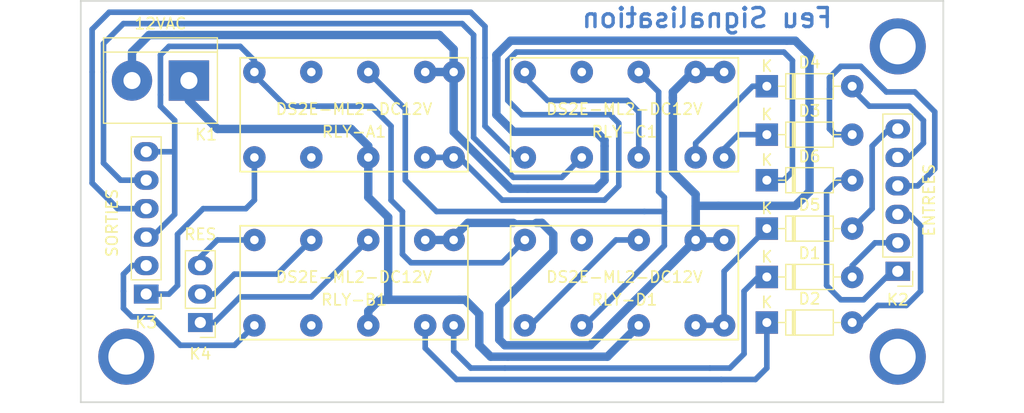
<source format=kicad_pcb>
(kicad_pcb (version 20171130) (host pcbnew 5.0.2-bee76a0~70~ubuntu18.04.1)

  (general
    (thickness 1.6)
    (drawings 5)
    (tracks 249)
    (zones 0)
    (modules 17)
    (nets 31)
  )

  (page A4)
  (layers
    (0 F.Cu signal)
    (31 B.Cu signal)
    (32 B.Adhes user)
    (33 F.Adhes user)
    (34 B.Paste user)
    (35 F.Paste user)
    (36 B.SilkS user)
    (37 F.SilkS user)
    (38 B.Mask user)
    (39 F.Mask user)
    (40 Dwgs.User user)
    (41 Cmts.User user)
    (42 Eco1.User user)
    (43 Eco2.User user)
    (44 Edge.Cuts user)
    (45 Margin user)
    (46 B.CrtYd user)
    (47 F.CrtYd user)
    (48 B.Fab user)
    (49 F.Fab user)
  )

  (setup
    (last_trace_width 0.75)
    (user_trace_width 0.5)
    (user_trace_width 0.75)
    (trace_clearance 0.2)
    (zone_clearance 0.508)
    (zone_45_only no)
    (trace_min 0.2)
    (segment_width 0.2)
    (edge_width 0.15)
    (via_size 0.8)
    (via_drill 0.4)
    (via_min_size 0.4)
    (via_min_drill 0.3)
    (uvia_size 0.3)
    (uvia_drill 0.1)
    (uvias_allowed no)
    (uvia_min_size 0.2)
    (uvia_min_drill 0.1)
    (pcb_text_width 0.3)
    (pcb_text_size 1.5 1.5)
    (mod_edge_width 0.15)
    (mod_text_size 1 1)
    (mod_text_width 0.15)
    (pad_size 3.6 3.6)
    (pad_drill 1.52)
    (pad_to_mask_clearance 0.051)
    (solder_mask_min_width 0.25)
    (aux_axis_origin 0 0)
    (visible_elements FFFFFF7F)
    (pcbplotparams
      (layerselection 0x010fc_ffffffff)
      (usegerberextensions false)
      (usegerberattributes false)
      (usegerberadvancedattributes false)
      (creategerberjobfile false)
      (excludeedgelayer true)
      (linewidth 0.100000)
      (plotframeref false)
      (viasonmask false)
      (mode 1)
      (useauxorigin false)
      (hpglpennumber 1)
      (hpglpenspeed 20)
      (hpglpendiameter 15.000000)
      (psnegative false)
      (psa4output false)
      (plotreference true)
      (plotvalue true)
      (plotinvisibletext false)
      (padsonsilk false)
      (subtractmaskfromsilk false)
      (outputformat 1)
      (mirror false)
      (drillshape 1)
      (scaleselection 1)
      (outputdirectory ""))
  )

  (net 0 "")
  (net 1 "Net-(D1-Pad1)")
  (net 2 "Net-(D1-Pad2)")
  (net 3 "Net-(D2-Pad2)")
  (net 4 "Net-(D2-Pad1)")
  (net 5 "Net-(D3-Pad2)")
  (net 6 "Net-(D3-Pad1)")
  (net 7 "Net-(D4-Pad1)")
  (net 8 "Net-(D4-Pad2)")
  (net 9 "Net-(D5-Pad2)")
  (net 10 "Net-(D5-Pad1)")
  (net 11 "Net-(D6-Pad1)")
  (net 12 "Net-(D6-Pad2)")
  (net 13 "Net-(K1-Pad1)")
  (net 14 "Net-(K1-Pad2)")
  (net 15 "Net-(K3-Pad3)")
  (net 16 "Net-(K3-Pad5)")
  (net 17 "Net-(K3-Pad4)")
  (net 18 "Net-(K3-Pad2)")
  (net 19 "Net-(K3-Pad1)")
  (net 20 "Net-(K4-Pad1)")
  (net 21 "Net-(K4-Pad2)")
  (net 22 "Net-(K4-Pad3)")
  (net 23 "Net-(RLY-A1-Pad11)")
  (net 24 "Net-(RLY-A1-Pad13)")
  (net 25 "Net-(RLY-A1-Pad6)")
  (net 26 "Net-(RLY-B1-Pad6)")
  (net 27 "Net-(RLY-C1-Pad4)")
  (net 28 "Net-(RLY-C1-Pad11)")
  (net 29 "Net-(RLY-D1-Pad13)")
  (net 30 "Net-(RLY-D1-Pad11)")

  (net_class Default "This is the default net class."
    (clearance 0.2)
    (trace_width 0.25)
    (via_dia 0.8)
    (via_drill 0.4)
    (uvia_dia 0.3)
    (uvia_drill 0.1)
    (add_net "Net-(D1-Pad1)")
    (add_net "Net-(D1-Pad2)")
    (add_net "Net-(D2-Pad1)")
    (add_net "Net-(D2-Pad2)")
    (add_net "Net-(D3-Pad1)")
    (add_net "Net-(D3-Pad2)")
    (add_net "Net-(D4-Pad1)")
    (add_net "Net-(D4-Pad2)")
    (add_net "Net-(D5-Pad1)")
    (add_net "Net-(D5-Pad2)")
    (add_net "Net-(D6-Pad1)")
    (add_net "Net-(D6-Pad2)")
    (add_net "Net-(K1-Pad1)")
    (add_net "Net-(K1-Pad2)")
    (add_net "Net-(K3-Pad1)")
    (add_net "Net-(K3-Pad2)")
    (add_net "Net-(K3-Pad3)")
    (add_net "Net-(K3-Pad4)")
    (add_net "Net-(K3-Pad5)")
    (add_net "Net-(K4-Pad1)")
    (add_net "Net-(K4-Pad2)")
    (add_net "Net-(K4-Pad3)")
    (add_net "Net-(RLY-A1-Pad11)")
    (add_net "Net-(RLY-A1-Pad13)")
    (add_net "Net-(RLY-A1-Pad6)")
    (add_net "Net-(RLY-B1-Pad6)")
    (add_net "Net-(RLY-C1-Pad11)")
    (add_net "Net-(RLY-C1-Pad4)")
    (add_net "Net-(RLY-D1-Pad11)")
    (add_net "Net-(RLY-D1-Pad13)")
  )

  (module TerminalBlock:TerminalBlock_bornier-2_P5.08mm (layer F.Cu) (tedit 5EA0101C) (tstamp 5EBBB970)
    (at 100.33 55.88 180)
    (descr "simple 2-pin terminal block, pitch 5.08mm, revamped version of bornier2")
    (tags "terminal block bornier2")
    (path /5E7636AC)
    (fp_text reference K1 (at -1.524 -4.826 180) (layer F.SilkS)
      (effects (font (size 1 1) (thickness 0.15)))
    )
    (fp_text value 12VAC (at 2.54 5.08 180) (layer F.SilkS)
      (effects (font (size 1 1) (thickness 0.15)))
    )
    (fp_text user %R (at 2.54 0 180) (layer F.Fab)
      (effects (font (size 1 1) (thickness 0.15)))
    )
    (fp_line (start -2.41 2.55) (end 7.49 2.55) (layer F.Fab) (width 0.1))
    (fp_line (start -2.46 -3.75) (end -2.46 3.75) (layer F.Fab) (width 0.1))
    (fp_line (start -2.46 3.75) (end 7.54 3.75) (layer F.Fab) (width 0.1))
    (fp_line (start 7.54 3.75) (end 7.54 -3.75) (layer F.Fab) (width 0.1))
    (fp_line (start 7.54 -3.75) (end -2.46 -3.75) (layer F.Fab) (width 0.1))
    (fp_line (start 7.62 2.54) (end -2.54 2.54) (layer F.SilkS) (width 0.12))
    (fp_line (start 7.62 3.81) (end 7.62 -3.81) (layer F.SilkS) (width 0.12))
    (fp_line (start 7.62 -3.81) (end -2.54 -3.81) (layer F.SilkS) (width 0.12))
    (fp_line (start -2.54 -3.81) (end -2.54 3.81) (layer F.SilkS) (width 0.12))
    (fp_line (start -2.54 3.81) (end 7.62 3.81) (layer F.SilkS) (width 0.12))
    (fp_line (start -2.71 -4) (end 7.79 -4) (layer F.CrtYd) (width 0.05))
    (fp_line (start -2.71 -4) (end -2.71 4) (layer F.CrtYd) (width 0.05))
    (fp_line (start 7.79 4) (end 7.79 -4) (layer F.CrtYd) (width 0.05))
    (fp_line (start 7.79 4) (end -2.71 4) (layer F.CrtYd) (width 0.05))
    (pad 1 thru_hole rect (at 0 0 180) (size 3.6 3.6) (drill 1.52) (layers *.Cu *.Mask)
      (net 13 "Net-(K1-Pad1)"))
    (pad 2 thru_hole circle (at 5.08 0 180) (size 3.6 3.6) (drill 1.52) (layers *.Cu *.Mask)
      (net 14 "Net-(K1-Pad2)"))
    (model ${KISYS3DMOD}/TerminalBlock.3dshapes/TerminalBlock_bornier-2_P5.08mm.wrl
      (offset (xyz 2.539999961853027 0 0))
      (scale (xyz 1 1 1))
      (rotate (xyz 0 0 0))
    )
  )

  (module Connector_PinHeader_2.54mm:PinHeader_1x06_P2.54mm_Vertical (layer F.Cu) (tedit 5EA00FC1) (tstamp 5EBBB98A)
    (at 163.576 72.898 180)
    (descr "Through hole straight pin header, 1x06, 2.54mm pitch, single row")
    (tags "Through hole pin header THT 1x06 2.54mm single row")
    (path /5E7A9E18)
    (fp_text reference K2 (at 0 -2.54 180) (layer F.SilkS)
      (effects (font (size 1 1) (thickness 0.15)))
    )
    (fp_text value ENTREES (at -2.794 6.35 270) (layer F.SilkS)
      (effects (font (size 1 1) (thickness 0.15)))
    )
    (fp_line (start -0.635 -1.27) (end 1.27 -1.27) (layer F.Fab) (width 0.1))
    (fp_line (start 1.27 -1.27) (end 1.27 13.97) (layer F.Fab) (width 0.1))
    (fp_line (start 1.27 13.97) (end -1.27 13.97) (layer F.Fab) (width 0.1))
    (fp_line (start -1.27 13.97) (end -1.27 -0.635) (layer F.Fab) (width 0.1))
    (fp_line (start -1.27 -0.635) (end -0.635 -1.27) (layer F.Fab) (width 0.1))
    (fp_line (start -1.33 14.03) (end 1.33 14.03) (layer F.SilkS) (width 0.12))
    (fp_line (start -1.33 1.27) (end -1.33 14.03) (layer F.SilkS) (width 0.12))
    (fp_line (start 1.33 1.27) (end 1.33 14.03) (layer F.SilkS) (width 0.12))
    (fp_line (start -1.33 1.27) (end 1.33 1.27) (layer F.SilkS) (width 0.12))
    (fp_line (start -1.33 0) (end -1.33 -1.33) (layer F.SilkS) (width 0.12))
    (fp_line (start -1.33 -1.33) (end 0 -1.33) (layer F.SilkS) (width 0.12))
    (fp_line (start -1.8 -1.8) (end -1.8 14.5) (layer F.CrtYd) (width 0.05))
    (fp_line (start -1.8 14.5) (end 1.8 14.5) (layer F.CrtYd) (width 0.05))
    (fp_line (start 1.8 14.5) (end 1.8 -1.8) (layer F.CrtYd) (width 0.05))
    (fp_line (start 1.8 -1.8) (end -1.8 -1.8) (layer F.CrtYd) (width 0.05))
    (fp_text user %R (at 0 6.35 270) (layer F.Fab)
      (effects (font (size 1 1) (thickness 0.15)))
    )
    (pad 1 thru_hole rect (at 0 0 180) (size 2.2 1.7) (drill 1) (layers *.Cu *.Mask)
      (net 12 "Net-(D6-Pad2)"))
    (pad 2 thru_hole oval (at 0 2.54 180) (size 2.2 1.7) (drill 1) (layers *.Cu *.Mask)
      (net 2 "Net-(D1-Pad2)"))
    (pad 3 thru_hole oval (at 0 5.08 180) (size 2.2 1.7) (drill 1) (layers *.Cu *.Mask)
      (net 3 "Net-(D2-Pad2)"))
    (pad 4 thru_hole oval (at 0 7.62 180) (size 2.2 1.7) (drill 1) (layers *.Cu *.Mask)
      (net 5 "Net-(D3-Pad2)"))
    (pad 5 thru_hole oval (at 0 10.16 180) (size 2.2 1.7) (drill 1) (layers *.Cu *.Mask)
      (net 8 "Net-(D4-Pad2)"))
    (pad 6 thru_hole oval (at 0 12.7 180) (size 2.2 1.7) (drill 1) (layers *.Cu *.Mask)
      (net 9 "Net-(D5-Pad2)"))
    (model ${KISYS3DMOD}/Connector_PinHeader_2.54mm.3dshapes/PinHeader_1x06_P2.54mm_Vertical.wrl
      (at (xyz 0 0 0))
      (scale (xyz 1 1 1))
      (rotate (xyz 0 0 0))
    )
  )

  (module Connector_PinHeader_2.54mm:PinHeader_1x06_P2.54mm_Vertical (layer F.Cu) (tedit 5EA00FAA) (tstamp 5EBBB9A4)
    (at 96.52 74.93 180)
    (descr "Through hole straight pin header, 1x06, 2.54mm pitch, single row")
    (tags "Through hole pin header THT 1x06 2.54mm single row")
    (path /5E7AAC0D)
    (fp_text reference K3 (at 0 -2.54 180) (layer F.SilkS)
      (effects (font (size 1 1) (thickness 0.15)))
    )
    (fp_text value SORTIES (at 3.048 6.35 270) (layer F.SilkS)
      (effects (font (size 1 1) (thickness 0.15)))
    )
    (fp_text user %R (at 0 6.35 270) (layer F.Fab)
      (effects (font (size 1 1) (thickness 0.15)))
    )
    (fp_line (start 1.8 -1.8) (end -1.8 -1.8) (layer F.CrtYd) (width 0.05))
    (fp_line (start 1.8 14.5) (end 1.8 -1.8) (layer F.CrtYd) (width 0.05))
    (fp_line (start -1.8 14.5) (end 1.8 14.5) (layer F.CrtYd) (width 0.05))
    (fp_line (start -1.8 -1.8) (end -1.8 14.5) (layer F.CrtYd) (width 0.05))
    (fp_line (start -1.33 -1.33) (end 0 -1.33) (layer F.SilkS) (width 0.12))
    (fp_line (start -1.33 0) (end -1.33 -1.33) (layer F.SilkS) (width 0.12))
    (fp_line (start -1.33 1.27) (end 1.33 1.27) (layer F.SilkS) (width 0.12))
    (fp_line (start 1.33 1.27) (end 1.33 14.03) (layer F.SilkS) (width 0.12))
    (fp_line (start -1.33 1.27) (end -1.33 14.03) (layer F.SilkS) (width 0.12))
    (fp_line (start -1.33 14.03) (end 1.33 14.03) (layer F.SilkS) (width 0.12))
    (fp_line (start -1.27 -0.635) (end -0.635 -1.27) (layer F.Fab) (width 0.1))
    (fp_line (start -1.27 13.97) (end -1.27 -0.635) (layer F.Fab) (width 0.1))
    (fp_line (start 1.27 13.97) (end -1.27 13.97) (layer F.Fab) (width 0.1))
    (fp_line (start 1.27 -1.27) (end 1.27 13.97) (layer F.Fab) (width 0.1))
    (fp_line (start -0.635 -1.27) (end 1.27 -1.27) (layer F.Fab) (width 0.1))
    (pad 6 thru_hole oval (at 0 12.7 180) (size 2.2 1.7) (drill 1) (layers *.Cu *.Mask)
      (net 15 "Net-(K3-Pad3)"))
    (pad 5 thru_hole oval (at 0 10.16 180) (size 2.2 1.7) (drill 1) (layers *.Cu *.Mask)
      (net 16 "Net-(K3-Pad5)"))
    (pad 4 thru_hole oval (at 0 7.62 180) (size 2.2 1.7) (drill 1) (layers *.Cu *.Mask)
      (net 17 "Net-(K3-Pad4)"))
    (pad 3 thru_hole oval (at 0 5.08 180) (size 2.2 1.7) (drill 1) (layers *.Cu *.Mask)
      (net 15 "Net-(K3-Pad3)"))
    (pad 2 thru_hole oval (at 0 2.54 180) (size 2.2 1.7) (drill 1) (layers *.Cu *.Mask)
      (net 18 "Net-(K3-Pad2)"))
    (pad 1 thru_hole rect (at 0 0 180) (size 2.2 1.7) (drill 1) (layers *.Cu *.Mask)
      (net 19 "Net-(K3-Pad1)"))
    (model ${KISYS3DMOD}/Connector_PinHeader_2.54mm.3dshapes/PinHeader_1x06_P2.54mm_Vertical.wrl
      (at (xyz 0 0 0))
      (scale (xyz 1 1 1))
      (rotate (xyz 0 0 0))
    )
  )

  (module Connector_PinHeader_2.54mm:PinHeader_1x03_P2.54mm_Vertical (layer F.Cu) (tedit 5EA00F95) (tstamp 5EBBB9BB)
    (at 101.346 77.47 180)
    (descr "Through hole straight pin header, 1x03, 2.54mm pitch, single row")
    (tags "Through hole pin header THT 1x03 2.54mm single row")
    (path /5E7A5EA7)
    (fp_text reference K4 (at 0 -2.794 180) (layer F.SilkS)
      (effects (font (size 1 1) (thickness 0.15)))
    )
    (fp_text value RES (at 0 7.874 180) (layer F.SilkS)
      (effects (font (size 1 1) (thickness 0.15)))
    )
    (fp_line (start -0.635 -1.27) (end 1.27 -1.27) (layer F.Fab) (width 0.1))
    (fp_line (start 1.27 -1.27) (end 1.27 6.35) (layer F.Fab) (width 0.1))
    (fp_line (start 1.27 6.35) (end -1.27 6.35) (layer F.Fab) (width 0.1))
    (fp_line (start -1.27 6.35) (end -1.27 -0.635) (layer F.Fab) (width 0.1))
    (fp_line (start -1.27 -0.635) (end -0.635 -1.27) (layer F.Fab) (width 0.1))
    (fp_line (start -1.33 6.41) (end 1.33 6.41) (layer F.SilkS) (width 0.12))
    (fp_line (start -1.33 1.27) (end -1.33 6.41) (layer F.SilkS) (width 0.12))
    (fp_line (start 1.33 1.27) (end 1.33 6.41) (layer F.SilkS) (width 0.12))
    (fp_line (start -1.33 1.27) (end 1.33 1.27) (layer F.SilkS) (width 0.12))
    (fp_line (start -1.33 0) (end -1.33 -1.33) (layer F.SilkS) (width 0.12))
    (fp_line (start -1.33 -1.33) (end 0 -1.33) (layer F.SilkS) (width 0.12))
    (fp_line (start -1.8 -1.8) (end -1.8 6.85) (layer F.CrtYd) (width 0.05))
    (fp_line (start -1.8 6.85) (end 1.8 6.85) (layer F.CrtYd) (width 0.05))
    (fp_line (start 1.8 6.85) (end 1.8 -1.8) (layer F.CrtYd) (width 0.05))
    (fp_line (start 1.8 -1.8) (end -1.8 -1.8) (layer F.CrtYd) (width 0.05))
    (fp_text user %R (at 0 2.54 270) (layer F.Fab)
      (effects (font (size 1 1) (thickness 0.15)))
    )
    (pad 1 thru_hole rect (at 0 0 180) (size 2.2 1.7) (drill 1) (layers *.Cu *.Mask)
      (net 20 "Net-(K4-Pad1)"))
    (pad 2 thru_hole oval (at 0 2.54 180) (size 2.2 1.7) (drill 1) (layers *.Cu *.Mask)
      (net 21 "Net-(K4-Pad2)"))
    (pad 3 thru_hole oval (at 0 5.08 180) (size 2.2 1.7) (drill 1) (layers *.Cu *.Mask)
      (net 22 "Net-(K4-Pad3)"))
    (model ${KISYS3DMOD}/Connector_PinHeader_2.54mm.3dshapes/PinHeader_1x03_P2.54mm_Vertical.wrl
      (at (xyz 0 0 0))
      (scale (xyz 1 1 1))
      (rotate (xyz 0 0 0))
    )
  )

  (module lib:DS2E-ML2-DC12V (layer F.Cu) (tedit 5EA00F21) (tstamp 5EBBB9CD)
    (at 116.332 57.658)
    (path /5E6CA800)
    (fp_text reference RLY-A1 (at -1.27 2.794) (layer F.SilkS)
      (effects (font (size 1 1) (thickness 0.15)))
    )
    (fp_text value DS2E-ML2-DC12V (at -1.27 0.77) (layer F.SilkS)
      (effects (font (size 1 1) (thickness 0.15)))
    )
    (fp_line (start -11.43 6.35) (end 8.89 6.35) (layer F.SilkS) (width 0.15))
    (fp_line (start 8.89 6.35) (end 8.89 -3.81) (layer F.SilkS) (width 0.15))
    (fp_line (start 8.89 -3.81) (end -11.43 -3.81) (layer F.SilkS) (width 0.15))
    (fp_line (start -11.43 -3.81) (end -11.43 6.35) (layer F.SilkS) (width 0.15))
    (pad 9 thru_hole circle (at -10.16 -2.54) (size 2 2) (drill 0.762) (layers *.Cu *.Mask)
      (net 15 "Net-(K3-Pad3)"))
    (pad 11 thru_hole circle (at -5.08 -2.54) (size 2 2) (drill 0.762) (layers *.Cu *.Mask)
      (net 23 "Net-(RLY-A1-Pad11)"))
    (pad 13 thru_hole circle (at 0 -2.54) (size 2 2) (drill 0.762) (layers *.Cu *.Mask)
      (net 24 "Net-(RLY-A1-Pad13)"))
    (pad 15 thru_hole circle (at 5.08 -2.54) (size 2 2) (drill 0.762) (layers *.Cu *.Mask)
      (net 14 "Net-(K1-Pad2)"))
    (pad 16 thru_hole circle (at 7.62 -2.54) (size 2 2) (drill 0.762) (layers *.Cu *.Mask)
      (net 14 "Net-(K1-Pad2)"))
    (pad 8 thru_hole circle (at -10.16 5.08) (size 2 2) (drill 0.762) (layers *.Cu *.Mask)
      (net 19 "Net-(K3-Pad1)"))
    (pad 6 thru_hole circle (at -5.08 5.08) (size 2 2) (drill 0.762) (layers *.Cu *.Mask)
      (net 25 "Net-(RLY-A1-Pad6)"))
    (pad 4 thru_hole circle (at 0 5.08) (size 2 2) (drill 0.762) (layers *.Cu *.Mask)
      (net 13 "Net-(K1-Pad1)"))
    (pad 2 thru_hole circle (at 5.08 5.08) (size 2 2) (drill 0.762) (layers *.Cu *.Mask)
      (net 11 "Net-(D6-Pad1)"))
    (pad 1 thru_hole circle (at 7.62 5.08) (size 2 2) (drill 0.762) (layers *.Cu *.Mask)
      (net 11 "Net-(D6-Pad1)"))
  )

  (module lib:DS2E-ML2-DC12V (layer F.Cu) (tedit 5E9EC42F) (tstamp 5EBBB9DF)
    (at 116.332 72.644)
    (path /5E6CC4B2)
    (fp_text reference RLY-B1 (at -1.27 2.794) (layer F.SilkS)
      (effects (font (size 1 1) (thickness 0.15)))
    )
    (fp_text value DS2E-ML2-DC12V (at -1.27 0.77) (layer F.SilkS)
      (effects (font (size 1 1) (thickness 0.15)))
    )
    (fp_line (start -11.43 -3.81) (end -11.43 6.35) (layer F.SilkS) (width 0.15))
    (fp_line (start 8.89 -3.81) (end -11.43 -3.81) (layer F.SilkS) (width 0.15))
    (fp_line (start 8.89 6.35) (end 8.89 -3.81) (layer F.SilkS) (width 0.15))
    (fp_line (start -11.43 6.35) (end 8.89 6.35) (layer F.SilkS) (width 0.15))
    (pad 1 thru_hole circle (at 7.62 5.08) (size 2 2) (drill 0.762) (layers *.Cu *.Mask)
      (net 1 "Net-(D1-Pad1)"))
    (pad 2 thru_hole circle (at 5.08 5.08) (size 2 2) (drill 0.762) (layers *.Cu *.Mask)
      (net 4 "Net-(D2-Pad1)"))
    (pad 4 thru_hole circle (at 0 5.08) (size 2 2) (drill 0.762) (layers *.Cu *.Mask)
      (net 13 "Net-(K1-Pad1)"))
    (pad 6 thru_hole circle (at -5.08 5.08) (size 2 2) (drill 0.762) (layers *.Cu *.Mask)
      (net 26 "Net-(RLY-B1-Pad6)"))
    (pad 8 thru_hole circle (at -10.16 5.08) (size 2 2) (drill 0.762) (layers *.Cu *.Mask)
      (net 18 "Net-(K3-Pad2)"))
    (pad 16 thru_hole circle (at 7.62 -2.54) (size 2 2) (drill 0.762) (layers *.Cu *.Mask)
      (net 14 "Net-(K1-Pad2)"))
    (pad 15 thru_hole circle (at 5.08 -2.54) (size 2 2) (drill 0.762) (layers *.Cu *.Mask)
      (net 14 "Net-(K1-Pad2)"))
    (pad 13 thru_hole circle (at 0 -2.54) (size 2 2) (drill 0.762) (layers *.Cu *.Mask)
      (net 20 "Net-(K4-Pad1)"))
    (pad 11 thru_hole circle (at -5.08 -2.54) (size 2 2) (drill 0.762) (layers *.Cu *.Mask)
      (net 21 "Net-(K4-Pad2)"))
    (pad 9 thru_hole circle (at -10.16 -2.54) (size 2 2) (drill 0.762) (layers *.Cu *.Mask)
      (net 22 "Net-(K4-Pad3)"))
  )

  (module lib:DS2E-ML2-DC12V (layer F.Cu) (tedit 5E9EC440) (tstamp 5EBBB9F1)
    (at 140.462 57.658)
    (path /5E6D2810)
    (fp_text reference RLY-C1 (at -1.27 2.794) (layer F.SilkS)
      (effects (font (size 1 1) (thickness 0.15)))
    )
    (fp_text value DS2E-ML2-DC12V (at -1.27 0.77) (layer F.SilkS)
      (effects (font (size 1 1) (thickness 0.15)))
    )
    (fp_line (start -11.43 6.35) (end 8.89 6.35) (layer F.SilkS) (width 0.15))
    (fp_line (start 8.89 6.35) (end 8.89 -3.81) (layer F.SilkS) (width 0.15))
    (fp_line (start 8.89 -3.81) (end -11.43 -3.81) (layer F.SilkS) (width 0.15))
    (fp_line (start -11.43 -3.81) (end -11.43 6.35) (layer F.SilkS) (width 0.15))
    (pad 9 thru_hole circle (at -10.16 -2.54) (size 2 2) (drill 0.762) (layers *.Cu *.Mask)
      (net 27 "Net-(RLY-C1-Pad4)"))
    (pad 11 thru_hole circle (at -5.08 -2.54) (size 2 2) (drill 0.762) (layers *.Cu *.Mask)
      (net 28 "Net-(RLY-C1-Pad11)"))
    (pad 13 thru_hole circle (at 0 -2.54) (size 2 2) (drill 0.762) (layers *.Cu *.Mask)
      (net 24 "Net-(RLY-A1-Pad13)"))
    (pad 15 thru_hole circle (at 5.08 -2.54) (size 2 2) (drill 0.762) (layers *.Cu *.Mask)
      (net 14 "Net-(K1-Pad2)"))
    (pad 16 thru_hole circle (at 7.62 -2.54) (size 2 2) (drill 0.762) (layers *.Cu *.Mask)
      (net 14 "Net-(K1-Pad2)"))
    (pad 8 thru_hole circle (at -10.16 5.08) (size 2 2) (drill 0.762) (layers *.Cu *.Mask)
      (net 17 "Net-(K3-Pad4)"))
    (pad 6 thru_hole circle (at -5.08 5.08) (size 2 2) (drill 0.762) (layers *.Cu *.Mask)
      (net 16 "Net-(K3-Pad5)"))
    (pad 4 thru_hole circle (at 0 5.08) (size 2 2) (drill 0.762) (layers *.Cu *.Mask)
      (net 27 "Net-(RLY-C1-Pad4)"))
    (pad 2 thru_hole circle (at 5.08 5.08) (size 2 2) (drill 0.762) (layers *.Cu *.Mask)
      (net 7 "Net-(D4-Pad1)"))
    (pad 1 thru_hole circle (at 7.62 5.08) (size 2 2) (drill 0.762) (layers *.Cu *.Mask)
      (net 6 "Net-(D3-Pad1)"))
  )

  (module lib:DS2E-ML2-DC12V (layer F.Cu) (tedit 5E9EC562) (tstamp 5EBBBA03)
    (at 140.462 72.644)
    (path /5E6D3EA9)
    (fp_text reference RLY-D1 (at -1.27 2.794) (layer F.SilkS)
      (effects (font (size 1 1) (thickness 0.15)))
    )
    (fp_text value DS2E-ML2-DC12V (at -1.27 0.77) (layer F.SilkS)
      (effects (font (size 1 1) (thickness 0.15)))
    )
    (fp_line (start -11.43 -3.81) (end -11.43 6.35) (layer F.SilkS) (width 0.15))
    (fp_line (start 8.89 -3.81) (end -11.43 -3.81) (layer F.SilkS) (width 0.15))
    (fp_line (start 8.89 6.35) (end 8.89 -3.81) (layer F.SilkS) (width 0.15))
    (fp_line (start -11.43 6.35) (end 8.89 6.35) (layer F.SilkS) (width 0.15))
    (pad 1 thru_hole circle (at 7.62 5.08) (size 2 2) (drill 0.762) (layers *.Cu *.Mask)
      (net 10 "Net-(D5-Pad1)"))
    (pad 2 thru_hole circle (at 5.08 5.08) (size 2 2) (drill 0.762) (layers *.Cu *.Mask)
      (net 10 "Net-(D5-Pad1)"))
    (pad 4 thru_hole circle (at 0 5.08) (size 2 2) (drill 0.762) (layers *.Cu *.Mask)
      (net 13 "Net-(K1-Pad1)"))
    (pad 6 thru_hole circle (at -5.08 5.08) (size 2 2) (drill 0.762) (layers *.Cu *.Mask)
      (net 24 "Net-(RLY-A1-Pad13)"))
    (pad 8 thru_hole circle (at -10.16 5.08) (size 2 2) (drill 0.762) (layers *.Cu *.Mask)
      (net 29 "Net-(RLY-D1-Pad13)"))
    (pad 16 thru_hole circle (at 7.62 -2.54) (size 2 2) (drill 0.762) (layers *.Cu *.Mask)
      (net 14 "Net-(K1-Pad2)"))
    (pad 15 thru_hole circle (at 5.08 -2.54) (size 2 2) (drill 0.762) (layers *.Cu *.Mask)
      (net 14 "Net-(K1-Pad2)"))
    (pad 13 thru_hole circle (at 0 -2.54) (size 2 2) (drill 0.762) (layers *.Cu *.Mask)
      (net 29 "Net-(RLY-D1-Pad13)"))
    (pad 11 thru_hole circle (at -5.08 -2.54) (size 2 2) (drill 0.762) (layers *.Cu *.Mask)
      (net 30 "Net-(RLY-D1-Pad11)"))
    (pad 9 thru_hole circle (at -10.16 -2.54) (size 2 2) (drill 0.762) (layers *.Cu *.Mask)
      (net 15 "Net-(K3-Pad3)"))
  )

  (module Diode_THT:D_DO-35_SOD27_P7.62mm_Horizontal (layer F.Cu) (tedit 5AE50CD5) (tstamp 5EDC183B)
    (at 151.892 73.406)
    (descr "Diode, DO-35_SOD27 series, Axial, Horizontal, pin pitch=7.62mm, , length*diameter=4*2mm^2, , http://www.diodes.com/_files/packages/DO-35.pdf")
    (tags "Diode DO-35_SOD27 series Axial Horizontal pin pitch 7.62mm  length 4mm diameter 2mm")
    (path /5E768406)
    (fp_text reference D1 (at 3.81 -2.12) (layer F.SilkS)
      (effects (font (size 1 1) (thickness 0.15)))
    )
    (fp_text value 1N4148 (at 3.81 2.12) (layer F.Fab)
      (effects (font (size 1 1) (thickness 0.15)))
    )
    (fp_line (start 1.81 -1) (end 1.81 1) (layer F.Fab) (width 0.1))
    (fp_line (start 1.81 1) (end 5.81 1) (layer F.Fab) (width 0.1))
    (fp_line (start 5.81 1) (end 5.81 -1) (layer F.Fab) (width 0.1))
    (fp_line (start 5.81 -1) (end 1.81 -1) (layer F.Fab) (width 0.1))
    (fp_line (start 0 0) (end 1.81 0) (layer F.Fab) (width 0.1))
    (fp_line (start 7.62 0) (end 5.81 0) (layer F.Fab) (width 0.1))
    (fp_line (start 2.41 -1) (end 2.41 1) (layer F.Fab) (width 0.1))
    (fp_line (start 2.51 -1) (end 2.51 1) (layer F.Fab) (width 0.1))
    (fp_line (start 2.31 -1) (end 2.31 1) (layer F.Fab) (width 0.1))
    (fp_line (start 1.69 -1.12) (end 1.69 1.12) (layer F.SilkS) (width 0.12))
    (fp_line (start 1.69 1.12) (end 5.93 1.12) (layer F.SilkS) (width 0.12))
    (fp_line (start 5.93 1.12) (end 5.93 -1.12) (layer F.SilkS) (width 0.12))
    (fp_line (start 5.93 -1.12) (end 1.69 -1.12) (layer F.SilkS) (width 0.12))
    (fp_line (start 1.04 0) (end 1.69 0) (layer F.SilkS) (width 0.12))
    (fp_line (start 6.58 0) (end 5.93 0) (layer F.SilkS) (width 0.12))
    (fp_line (start 2.41 -1.12) (end 2.41 1.12) (layer F.SilkS) (width 0.12))
    (fp_line (start 2.53 -1.12) (end 2.53 1.12) (layer F.SilkS) (width 0.12))
    (fp_line (start 2.29 -1.12) (end 2.29 1.12) (layer F.SilkS) (width 0.12))
    (fp_line (start -1.05 -1.25) (end -1.05 1.25) (layer F.CrtYd) (width 0.05))
    (fp_line (start -1.05 1.25) (end 8.67 1.25) (layer F.CrtYd) (width 0.05))
    (fp_line (start 8.67 1.25) (end 8.67 -1.25) (layer F.CrtYd) (width 0.05))
    (fp_line (start 8.67 -1.25) (end -1.05 -1.25) (layer F.CrtYd) (width 0.05))
    (fp_text user %R (at 4.11 0) (layer F.Fab)
      (effects (font (size 0.8 0.8) (thickness 0.12)))
    )
    (fp_text user K (at 0 -1.8) (layer F.Fab)
      (effects (font (size 1 1) (thickness 0.15)))
    )
    (fp_text user K (at 0 -1.8) (layer F.SilkS)
      (effects (font (size 1 1) (thickness 0.15)))
    )
    (pad 1 thru_hole rect (at 0 0) (size 2 2) (drill 0.8) (layers *.Cu *.Mask)
      (net 1 "Net-(D1-Pad1)"))
    (pad 2 thru_hole oval (at 7.62 0) (size 2 2) (drill 0.8) (layers *.Cu *.Mask)
      (net 2 "Net-(D1-Pad2)"))
    (model ${KISYS3DMOD}/Diode_THT.3dshapes/D_DO-35_SOD27_P7.62mm_Horizontal.wrl
      (at (xyz 0 0 0))
      (scale (xyz 1 1 1))
      (rotate (xyz 0 0 0))
    )
  )

  (module Diode_THT:D_DO-35_SOD27_P7.62mm_Horizontal (layer F.Cu) (tedit 5AE50CD5) (tstamp 5EDC185A)
    (at 151.892 77.47)
    (descr "Diode, DO-35_SOD27 series, Axial, Horizontal, pin pitch=7.62mm, , length*diameter=4*2mm^2, , http://www.diodes.com/_files/packages/DO-35.pdf")
    (tags "Diode DO-35_SOD27 series Axial Horizontal pin pitch 7.62mm  length 4mm diameter 2mm")
    (path /5E76D1EA)
    (fp_text reference D2 (at 3.81 -2.12) (layer F.SilkS)
      (effects (font (size 1 1) (thickness 0.15)))
    )
    (fp_text value 1N4148 (at 3.81 2.12) (layer F.Fab)
      (effects (font (size 1 1) (thickness 0.15)))
    )
    (fp_text user K (at 0 -1.8) (layer F.SilkS)
      (effects (font (size 1 1) (thickness 0.15)))
    )
    (fp_text user K (at 0 -1.8) (layer F.Fab)
      (effects (font (size 1 1) (thickness 0.15)))
    )
    (fp_text user %R (at 4.11 0) (layer F.Fab)
      (effects (font (size 0.8 0.8) (thickness 0.12)))
    )
    (fp_line (start 8.67 -1.25) (end -1.05 -1.25) (layer F.CrtYd) (width 0.05))
    (fp_line (start 8.67 1.25) (end 8.67 -1.25) (layer F.CrtYd) (width 0.05))
    (fp_line (start -1.05 1.25) (end 8.67 1.25) (layer F.CrtYd) (width 0.05))
    (fp_line (start -1.05 -1.25) (end -1.05 1.25) (layer F.CrtYd) (width 0.05))
    (fp_line (start 2.29 -1.12) (end 2.29 1.12) (layer F.SilkS) (width 0.12))
    (fp_line (start 2.53 -1.12) (end 2.53 1.12) (layer F.SilkS) (width 0.12))
    (fp_line (start 2.41 -1.12) (end 2.41 1.12) (layer F.SilkS) (width 0.12))
    (fp_line (start 6.58 0) (end 5.93 0) (layer F.SilkS) (width 0.12))
    (fp_line (start 1.04 0) (end 1.69 0) (layer F.SilkS) (width 0.12))
    (fp_line (start 5.93 -1.12) (end 1.69 -1.12) (layer F.SilkS) (width 0.12))
    (fp_line (start 5.93 1.12) (end 5.93 -1.12) (layer F.SilkS) (width 0.12))
    (fp_line (start 1.69 1.12) (end 5.93 1.12) (layer F.SilkS) (width 0.12))
    (fp_line (start 1.69 -1.12) (end 1.69 1.12) (layer F.SilkS) (width 0.12))
    (fp_line (start 2.31 -1) (end 2.31 1) (layer F.Fab) (width 0.1))
    (fp_line (start 2.51 -1) (end 2.51 1) (layer F.Fab) (width 0.1))
    (fp_line (start 2.41 -1) (end 2.41 1) (layer F.Fab) (width 0.1))
    (fp_line (start 7.62 0) (end 5.81 0) (layer F.Fab) (width 0.1))
    (fp_line (start 0 0) (end 1.81 0) (layer F.Fab) (width 0.1))
    (fp_line (start 5.81 -1) (end 1.81 -1) (layer F.Fab) (width 0.1))
    (fp_line (start 5.81 1) (end 5.81 -1) (layer F.Fab) (width 0.1))
    (fp_line (start 1.81 1) (end 5.81 1) (layer F.Fab) (width 0.1))
    (fp_line (start 1.81 -1) (end 1.81 1) (layer F.Fab) (width 0.1))
    (pad 2 thru_hole oval (at 7.62 0) (size 2 2) (drill 0.8) (layers *.Cu *.Mask)
      (net 3 "Net-(D2-Pad2)"))
    (pad 1 thru_hole rect (at 0 0) (size 2 2) (drill 0.8) (layers *.Cu *.Mask)
      (net 4 "Net-(D2-Pad1)"))
    (model ${KISYS3DMOD}/Diode_THT.3dshapes/D_DO-35_SOD27_P7.62mm_Horizontal.wrl
      (at (xyz 0 0 0))
      (scale (xyz 1 1 1))
      (rotate (xyz 0 0 0))
    )
  )

  (module Diode_THT:D_DO-35_SOD27_P7.62mm_Horizontal (layer F.Cu) (tedit 5EA00FDB) (tstamp 5EDC1879)
    (at 151.892 60.706)
    (descr "Diode, DO-35_SOD27 series, Axial, Horizontal, pin pitch=7.62mm, , length*diameter=4*2mm^2, , http://www.diodes.com/_files/packages/DO-35.pdf")
    (tags "Diode DO-35_SOD27 series Axial Horizontal pin pitch 7.62mm  length 4mm diameter 2mm")
    (path /5E768D1C)
    (fp_text reference D3 (at 3.81 -2.12) (layer F.SilkS)
      (effects (font (size 1 1) (thickness 0.15)))
    )
    (fp_text value 1N4148 (at 3.81 2.12) (layer F.Fab)
      (effects (font (size 1 1) (thickness 0.15)))
    )
    (fp_text user K (at 0 -1.8) (layer F.SilkS)
      (effects (font (size 1 1) (thickness 0.15)))
    )
    (fp_text user K (at 0 -1.8) (layer F.Fab)
      (effects (font (size 1 1) (thickness 0.15)))
    )
    (fp_text user %R (at 4.11 0) (layer F.Fab)
      (effects (font (size 0.8 0.8) (thickness 0.12)))
    )
    (fp_line (start 8.67 -1.25) (end -1.05 -1.25) (layer F.CrtYd) (width 0.05))
    (fp_line (start 8.67 1.25) (end 8.67 -1.25) (layer F.CrtYd) (width 0.05))
    (fp_line (start -1.05 1.25) (end 8.67 1.25) (layer F.CrtYd) (width 0.05))
    (fp_line (start -1.05 -1.25) (end -1.05 1.25) (layer F.CrtYd) (width 0.05))
    (fp_line (start 2.29 -1.12) (end 2.29 1.12) (layer F.SilkS) (width 0.12))
    (fp_line (start 2.53 -1.12) (end 2.53 1.12) (layer F.SilkS) (width 0.12))
    (fp_line (start 2.41 -1.12) (end 2.41 1.12) (layer F.SilkS) (width 0.12))
    (fp_line (start 6.58 0) (end 5.93 0) (layer F.SilkS) (width 0.12))
    (fp_line (start 1.04 0) (end 1.69 0) (layer F.SilkS) (width 0.12))
    (fp_line (start 5.93 -1.12) (end 1.69 -1.12) (layer F.SilkS) (width 0.12))
    (fp_line (start 5.93 1.12) (end 5.93 -1.12) (layer F.SilkS) (width 0.12))
    (fp_line (start 1.69 1.12) (end 5.93 1.12) (layer F.SilkS) (width 0.12))
    (fp_line (start 1.69 -1.12) (end 1.69 1.12) (layer F.SilkS) (width 0.12))
    (fp_line (start 2.31 -1) (end 2.31 1) (layer F.Fab) (width 0.1))
    (fp_line (start 2.51 -1) (end 2.51 1) (layer F.Fab) (width 0.1))
    (fp_line (start 2.41 -1) (end 2.41 1) (layer F.Fab) (width 0.1))
    (fp_line (start 7.62 0) (end 5.81 0) (layer F.Fab) (width 0.1))
    (fp_line (start 0 0) (end 1.81 0) (layer F.Fab) (width 0.1))
    (fp_line (start 5.81 -1) (end 1.81 -1) (layer F.Fab) (width 0.1))
    (fp_line (start 5.81 1) (end 5.81 -1) (layer F.Fab) (width 0.1))
    (fp_line (start 1.81 1) (end 5.81 1) (layer F.Fab) (width 0.1))
    (fp_line (start 1.81 -1) (end 1.81 1) (layer F.Fab) (width 0.1))
    (pad 2 thru_hole oval (at 7.62 0) (size 2 2) (drill 0.8) (layers *.Cu *.Mask)
      (net 5 "Net-(D3-Pad2)"))
    (pad 1 thru_hole rect (at 0 0) (size 2 2) (drill 0.8) (layers *.Cu *.Mask)
      (net 6 "Net-(D3-Pad1)"))
    (model ${KISYS3DMOD}/Diode_THT.3dshapes/D_DO-35_SOD27_P7.62mm_Horizontal.wrl
      (at (xyz 0 0 0))
      (scale (xyz 1 1 1))
      (rotate (xyz 0 0 0))
    )
  )

  (module Diode_THT:D_DO-35_SOD27_P7.62mm_Horizontal (layer F.Cu) (tedit 5AE50CD5) (tstamp 5EDC1898)
    (at 151.892 56.388)
    (descr "Diode, DO-35_SOD27 series, Axial, Horizontal, pin pitch=7.62mm, , length*diameter=4*2mm^2, , http://www.diodes.com/_files/packages/DO-35.pdf")
    (tags "Diode DO-35_SOD27 series Axial Horizontal pin pitch 7.62mm  length 4mm diameter 2mm")
    (path /5E769826)
    (fp_text reference D4 (at 3.81 -2.12) (layer F.SilkS)
      (effects (font (size 1 1) (thickness 0.15)))
    )
    (fp_text value 1N4148 (at 3.81 2.12) (layer F.Fab)
      (effects (font (size 1 1) (thickness 0.15)))
    )
    (fp_line (start 1.81 -1) (end 1.81 1) (layer F.Fab) (width 0.1))
    (fp_line (start 1.81 1) (end 5.81 1) (layer F.Fab) (width 0.1))
    (fp_line (start 5.81 1) (end 5.81 -1) (layer F.Fab) (width 0.1))
    (fp_line (start 5.81 -1) (end 1.81 -1) (layer F.Fab) (width 0.1))
    (fp_line (start 0 0) (end 1.81 0) (layer F.Fab) (width 0.1))
    (fp_line (start 7.62 0) (end 5.81 0) (layer F.Fab) (width 0.1))
    (fp_line (start 2.41 -1) (end 2.41 1) (layer F.Fab) (width 0.1))
    (fp_line (start 2.51 -1) (end 2.51 1) (layer F.Fab) (width 0.1))
    (fp_line (start 2.31 -1) (end 2.31 1) (layer F.Fab) (width 0.1))
    (fp_line (start 1.69 -1.12) (end 1.69 1.12) (layer F.SilkS) (width 0.12))
    (fp_line (start 1.69 1.12) (end 5.93 1.12) (layer F.SilkS) (width 0.12))
    (fp_line (start 5.93 1.12) (end 5.93 -1.12) (layer F.SilkS) (width 0.12))
    (fp_line (start 5.93 -1.12) (end 1.69 -1.12) (layer F.SilkS) (width 0.12))
    (fp_line (start 1.04 0) (end 1.69 0) (layer F.SilkS) (width 0.12))
    (fp_line (start 6.58 0) (end 5.93 0) (layer F.SilkS) (width 0.12))
    (fp_line (start 2.41 -1.12) (end 2.41 1.12) (layer F.SilkS) (width 0.12))
    (fp_line (start 2.53 -1.12) (end 2.53 1.12) (layer F.SilkS) (width 0.12))
    (fp_line (start 2.29 -1.12) (end 2.29 1.12) (layer F.SilkS) (width 0.12))
    (fp_line (start -1.05 -1.25) (end -1.05 1.25) (layer F.CrtYd) (width 0.05))
    (fp_line (start -1.05 1.25) (end 8.67 1.25) (layer F.CrtYd) (width 0.05))
    (fp_line (start 8.67 1.25) (end 8.67 -1.25) (layer F.CrtYd) (width 0.05))
    (fp_line (start 8.67 -1.25) (end -1.05 -1.25) (layer F.CrtYd) (width 0.05))
    (fp_text user %R (at 4.11 0) (layer F.Fab)
      (effects (font (size 0.8 0.8) (thickness 0.12)))
    )
    (fp_text user K (at 0 -1.8) (layer F.Fab)
      (effects (font (size 1 1) (thickness 0.15)))
    )
    (fp_text user K (at 0 -1.8) (layer F.SilkS)
      (effects (font (size 1 1) (thickness 0.15)))
    )
    (pad 1 thru_hole rect (at 0 0) (size 2 2) (drill 0.8) (layers *.Cu *.Mask)
      (net 7 "Net-(D4-Pad1)"))
    (pad 2 thru_hole oval (at 7.62 0) (size 2 2) (drill 0.8) (layers *.Cu *.Mask)
      (net 8 "Net-(D4-Pad2)"))
    (model ${KISYS3DMOD}/Diode_THT.3dshapes/D_DO-35_SOD27_P7.62mm_Horizontal.wrl
      (at (xyz 0 0 0))
      (scale (xyz 1 1 1))
      (rotate (xyz 0 0 0))
    )
  )

  (module Diode_THT:D_DO-35_SOD27_P7.62mm_Horizontal (layer F.Cu) (tedit 5AE50CD5) (tstamp 5EDC18B7)
    (at 151.892 69.088)
    (descr "Diode, DO-35_SOD27 series, Axial, Horizontal, pin pitch=7.62mm, , length*diameter=4*2mm^2, , http://www.diodes.com/_files/packages/DO-35.pdf")
    (tags "Diode DO-35_SOD27 series Axial Horizontal pin pitch 7.62mm  length 4mm diameter 2mm")
    (path /5E6DFC3E)
    (fp_text reference D5 (at 3.81 -2.12) (layer F.SilkS)
      (effects (font (size 1 1) (thickness 0.15)))
    )
    (fp_text value 1N4148 (at 3.81 2.12) (layer F.Fab)
      (effects (font (size 1 1) (thickness 0.15)))
    )
    (fp_text user K (at 0 -1.8) (layer F.SilkS)
      (effects (font (size 1 1) (thickness 0.15)))
    )
    (fp_text user K (at 0 -1.8) (layer F.Fab)
      (effects (font (size 1 1) (thickness 0.15)))
    )
    (fp_text user %R (at 4.11 0) (layer F.Fab)
      (effects (font (size 0.8 0.8) (thickness 0.12)))
    )
    (fp_line (start 8.67 -1.25) (end -1.05 -1.25) (layer F.CrtYd) (width 0.05))
    (fp_line (start 8.67 1.25) (end 8.67 -1.25) (layer F.CrtYd) (width 0.05))
    (fp_line (start -1.05 1.25) (end 8.67 1.25) (layer F.CrtYd) (width 0.05))
    (fp_line (start -1.05 -1.25) (end -1.05 1.25) (layer F.CrtYd) (width 0.05))
    (fp_line (start 2.29 -1.12) (end 2.29 1.12) (layer F.SilkS) (width 0.12))
    (fp_line (start 2.53 -1.12) (end 2.53 1.12) (layer F.SilkS) (width 0.12))
    (fp_line (start 2.41 -1.12) (end 2.41 1.12) (layer F.SilkS) (width 0.12))
    (fp_line (start 6.58 0) (end 5.93 0) (layer F.SilkS) (width 0.12))
    (fp_line (start 1.04 0) (end 1.69 0) (layer F.SilkS) (width 0.12))
    (fp_line (start 5.93 -1.12) (end 1.69 -1.12) (layer F.SilkS) (width 0.12))
    (fp_line (start 5.93 1.12) (end 5.93 -1.12) (layer F.SilkS) (width 0.12))
    (fp_line (start 1.69 1.12) (end 5.93 1.12) (layer F.SilkS) (width 0.12))
    (fp_line (start 1.69 -1.12) (end 1.69 1.12) (layer F.SilkS) (width 0.12))
    (fp_line (start 2.31 -1) (end 2.31 1) (layer F.Fab) (width 0.1))
    (fp_line (start 2.51 -1) (end 2.51 1) (layer F.Fab) (width 0.1))
    (fp_line (start 2.41 -1) (end 2.41 1) (layer F.Fab) (width 0.1))
    (fp_line (start 7.62 0) (end 5.81 0) (layer F.Fab) (width 0.1))
    (fp_line (start 0 0) (end 1.81 0) (layer F.Fab) (width 0.1))
    (fp_line (start 5.81 -1) (end 1.81 -1) (layer F.Fab) (width 0.1))
    (fp_line (start 5.81 1) (end 5.81 -1) (layer F.Fab) (width 0.1))
    (fp_line (start 1.81 1) (end 5.81 1) (layer F.Fab) (width 0.1))
    (fp_line (start 1.81 -1) (end 1.81 1) (layer F.Fab) (width 0.1))
    (pad 2 thru_hole oval (at 7.62 0) (size 2 2) (drill 0.8) (layers *.Cu *.Mask)
      (net 9 "Net-(D5-Pad2)"))
    (pad 1 thru_hole rect (at 0 0) (size 2 2) (drill 0.8) (layers *.Cu *.Mask)
      (net 10 "Net-(D5-Pad1)"))
    (model ${KISYS3DMOD}/Diode_THT.3dshapes/D_DO-35_SOD27_P7.62mm_Horizontal.wrl
      (at (xyz 0 0 0))
      (scale (xyz 1 1 1))
      (rotate (xyz 0 0 0))
    )
  )

  (module Diode_THT:D_DO-35_SOD27_P7.62mm_Horizontal (layer F.Cu) (tedit 5AE50CD5) (tstamp 5EDC18D6)
    (at 151.892 64.77)
    (descr "Diode, DO-35_SOD27 series, Axial, Horizontal, pin pitch=7.62mm, , length*diameter=4*2mm^2, , http://www.diodes.com/_files/packages/DO-35.pdf")
    (tags "Diode DO-35_SOD27 series Axial Horizontal pin pitch 7.62mm  length 4mm diameter 2mm")
    (path /5E6DF6B0)
    (fp_text reference D6 (at 3.81 -2.12) (layer F.SilkS)
      (effects (font (size 1 1) (thickness 0.15)))
    )
    (fp_text value 1N4148 (at 3.81 2.12) (layer F.Fab)
      (effects (font (size 1 1) (thickness 0.15)))
    )
    (fp_line (start 1.81 -1) (end 1.81 1) (layer F.Fab) (width 0.1))
    (fp_line (start 1.81 1) (end 5.81 1) (layer F.Fab) (width 0.1))
    (fp_line (start 5.81 1) (end 5.81 -1) (layer F.Fab) (width 0.1))
    (fp_line (start 5.81 -1) (end 1.81 -1) (layer F.Fab) (width 0.1))
    (fp_line (start 0 0) (end 1.81 0) (layer F.Fab) (width 0.1))
    (fp_line (start 7.62 0) (end 5.81 0) (layer F.Fab) (width 0.1))
    (fp_line (start 2.41 -1) (end 2.41 1) (layer F.Fab) (width 0.1))
    (fp_line (start 2.51 -1) (end 2.51 1) (layer F.Fab) (width 0.1))
    (fp_line (start 2.31 -1) (end 2.31 1) (layer F.Fab) (width 0.1))
    (fp_line (start 1.69 -1.12) (end 1.69 1.12) (layer F.SilkS) (width 0.12))
    (fp_line (start 1.69 1.12) (end 5.93 1.12) (layer F.SilkS) (width 0.12))
    (fp_line (start 5.93 1.12) (end 5.93 -1.12) (layer F.SilkS) (width 0.12))
    (fp_line (start 5.93 -1.12) (end 1.69 -1.12) (layer F.SilkS) (width 0.12))
    (fp_line (start 1.04 0) (end 1.69 0) (layer F.SilkS) (width 0.12))
    (fp_line (start 6.58 0) (end 5.93 0) (layer F.SilkS) (width 0.12))
    (fp_line (start 2.41 -1.12) (end 2.41 1.12) (layer F.SilkS) (width 0.12))
    (fp_line (start 2.53 -1.12) (end 2.53 1.12) (layer F.SilkS) (width 0.12))
    (fp_line (start 2.29 -1.12) (end 2.29 1.12) (layer F.SilkS) (width 0.12))
    (fp_line (start -1.05 -1.25) (end -1.05 1.25) (layer F.CrtYd) (width 0.05))
    (fp_line (start -1.05 1.25) (end 8.67 1.25) (layer F.CrtYd) (width 0.05))
    (fp_line (start 8.67 1.25) (end 8.67 -1.25) (layer F.CrtYd) (width 0.05))
    (fp_line (start 8.67 -1.25) (end -1.05 -1.25) (layer F.CrtYd) (width 0.05))
    (fp_text user %R (at 4.11 0) (layer F.Fab)
      (effects (font (size 0.8 0.8) (thickness 0.12)))
    )
    (fp_text user K (at 0 -1.8) (layer F.Fab)
      (effects (font (size 1 1) (thickness 0.15)))
    )
    (fp_text user K (at 0 -1.8) (layer F.SilkS)
      (effects (font (size 1 1) (thickness 0.15)))
    )
    (pad 1 thru_hole rect (at 0 0) (size 2 2) (drill 0.8) (layers *.Cu *.Mask)
      (net 11 "Net-(D6-Pad1)"))
    (pad 2 thru_hole oval (at 7.62 0) (size 2 2) (drill 0.8) (layers *.Cu *.Mask)
      (net 12 "Net-(D6-Pad2)"))
    (model ${KISYS3DMOD}/Diode_THT.3dshapes/D_DO-35_SOD27_P7.62mm_Horizontal.wrl
      (at (xyz 0 0 0))
      (scale (xyz 1 1 1))
      (rotate (xyz 0 0 0))
    )
  )

  (module MountingHole:MountingHole_3.2mm_M3_Pad (layer F.Cu) (tedit 5E9EC183) (tstamp 5EA8CD84)
    (at 94.742 80.518)
    (descr "Mounting Hole 3.2mm, M3")
    (tags "mounting hole 3.2mm m3")
    (attr virtual)
    (fp_text reference REF** (at 0 -4.2) (layer F.SilkS) hide
      (effects (font (size 1 1) (thickness 0.15)))
    )
    (fp_text value MountingHole_3.2mm_M3_Pad (at 0 4.2) (layer F.Fab)
      (effects (font (size 1 1) (thickness 0.15)))
    )
    (fp_circle (center 0 0) (end 3.45 0) (layer F.CrtYd) (width 0.05))
    (fp_circle (center 0 0) (end 3.2 0) (layer Cmts.User) (width 0.15))
    (fp_text user %R (at 0.3 0) (layer F.Fab)
      (effects (font (size 1 1) (thickness 0.15)))
    )
    (pad 1 thru_hole circle (at 0 0) (size 5 5) (drill 3.2) (layers *.Cu *.Mask))
  )

  (module MountingHole:MountingHole_3.2mm_M3_Pad (layer F.Cu) (tedit 5E9EC17A) (tstamp 5EA8CDFB)
    (at 163.576 52.832)
    (descr "Mounting Hole 3.2mm, M3")
    (tags "mounting hole 3.2mm m3")
    (attr virtual)
    (fp_text reference REF** (at 0 -4.2) (layer F.SilkS) hide
      (effects (font (size 1 1) (thickness 0.15)))
    )
    (fp_text value MountingHole_3.2mm_M3_Pad (at 0 4.2) (layer F.Fab)
      (effects (font (size 1 1) (thickness 0.15)))
    )
    (fp_circle (center 0 0) (end 3.45 0) (layer F.CrtYd) (width 0.05))
    (fp_circle (center 0 0) (end 3.2 0) (layer Cmts.User) (width 0.15))
    (fp_text user %R (at 0.3 0) (layer F.Fab)
      (effects (font (size 1 1) (thickness 0.15)))
    )
    (pad 1 thru_hole circle (at 0 0) (size 5 5) (drill 3.2) (layers *.Cu *.Mask))
  )

  (module MountingHole:MountingHole_3.2mm_M3_Pad (layer F.Cu) (tedit 5E9EC17F) (tstamp 5EA8D375)
    (at 163.576 80.518)
    (descr "Mounting Hole 3.2mm, M3")
    (tags "mounting hole 3.2mm m3")
    (attr virtual)
    (fp_text reference REF** (at 0 -4.2) (layer F.SilkS) hide
      (effects (font (size 1 1) (thickness 0.15)))
    )
    (fp_text value MountingHole_3.2mm_M3_Pad (at 0 4.2) (layer F.Fab)
      (effects (font (size 1 1) (thickness 0.15)))
    )
    (fp_circle (center 0 0) (end 3.45 0) (layer F.CrtYd) (width 0.05))
    (fp_circle (center 0 0) (end 3.2 0) (layer Cmts.User) (width 0.15))
    (fp_text user %R (at 0.3 0) (layer F.Fab)
      (effects (font (size 1 1) (thickness 0.15)))
    )
    (pad 1 thru_hole circle (at 0 0) (size 5 5) (drill 3.2) (layers *.Cu *.Mask))
  )

  (gr_text "Feu Signalisation" (at 146.558 50.292) (layer B.Cu)
    (effects (font (size 1.7 1.7) (thickness 0.3)) (justify mirror))
  )
  (gr_line (start 167.64 84.582) (end 90.678 84.582) (angle 90) (layer Edge.Cuts) (width 0.15))
  (gr_line (start 167.64 48.768) (end 167.64 84.582) (angle 90) (layer Edge.Cuts) (width 0.15))
  (gr_line (start 90.678 48.768) (end 167.64 48.768) (angle 90) (layer Edge.Cuts) (width 0.15))
  (gr_line (start 90.678 84.582) (end 90.678 48.768) (angle 90) (layer Edge.Cuts) (width 0.15))

  (segment (start 146.812 81.534) (end 128.524 81.534) (width 0.5) (layer B.Cu) (net 1) (tstamp 5E9F2FBE))
  (segment (start 123.952 77.724) (end 123.952 80.01) (width 0.5) (layer B.Cu) (net 1) (status 400000))
  (segment (start 125.476 81.534) (end 128.524 81.534) (width 0.5) (layer B.Cu) (net 1) (tstamp 5E9F2FA3))
  (segment (start 123.952 80.01) (end 125.476 81.534) (width 0.5) (layer B.Cu) (net 1) (tstamp 5E9F2FA2))
  (segment (start 151.892 73.406) (end 151.13 73.406) (width 0.5) (layer B.Cu) (net 1) (status C00000))
  (segment (start 148.59 81.534) (end 146.812 81.534) (width 0.5) (layer B.Cu) (net 1) (tstamp 5E9F2FBB))
  (segment (start 149.86 80.264) (end 148.59 81.534) (width 0.5) (layer B.Cu) (net 1) (tstamp 5E9F2FBA))
  (segment (start 149.86 74.676) (end 149.86 80.264) (width 0.5) (layer B.Cu) (net 1) (tstamp 5E9F2FB9))
  (segment (start 151.13 73.406) (end 149.86 74.676) (width 0.5) (layer B.Cu) (net 1) (tstamp 5E9F2FB8) (status 400000))
  (segment (start 163.576 70.358) (end 161.544 70.358) (width 0.5) (layer B.Cu) (net 2) (status 400000))
  (segment (start 159.512 72.39) (end 159.512 73.406) (width 0.5) (layer B.Cu) (net 2) (tstamp 5E9F2039) (status 800000))
  (segment (start 161.544 70.358) (end 159.512 72.39) (width 0.5) (layer B.Cu) (net 2) (tstamp 5E9F2038))
  (segment (start 164.592 67.818) (end 163.576 67.818) (width 0.5) (layer B.Cu) (net 3) (tstamp 5E9F2043) (status 800000))
  (segment (start 165.608 68.834) (end 164.592 67.818) (width 0.5) (layer B.Cu) (net 3) (tstamp 5E9F2042))
  (segment (start 165.608 74.676) (end 165.608 68.834) (width 0.5) (layer B.Cu) (net 3) (tstamp 5E9F20AA))
  (segment (start 161.798 75.946) (end 164.338 75.946) (width 0.5) (layer B.Cu) (net 3) (tstamp 5E9F2056))
  (segment (start 160.274 77.47) (end 161.798 75.946) (width 0.5) (layer B.Cu) (net 3) (tstamp 5E9F2053) (status 400000))
  (segment (start 159.512 77.47) (end 160.274 77.47) (width 0.5) (layer B.Cu) (net 3) (status C00000))
  (segment (start 165.608 74.676) (end 164.338 75.946) (width 0.5) (layer B.Cu) (net 3))
  (segment (start 121.412 79.756) (end 121.412 77.724) (width 0.5) (layer B.Cu) (net 4) (tstamp 5E9EE03C) (status 800000))
  (segment (start 124.206 82.55) (end 121.412 79.756) (width 0.5) (layer B.Cu) (net 4) (tstamp 5E9EE03A))
  (segment (start 147.828 82.55) (end 124.206 82.55) (width 0.5) (layer B.Cu) (net 4) (tstamp 5E9F2FB6))
  (segment (start 151.892 77.47) (end 151.892 81.534) (width 0.5) (layer B.Cu) (net 4) (status 400000))
  (segment (start 150.876 82.55) (end 147.828 82.55) (width 0.5) (layer B.Cu) (net 4) (tstamp 5E9F2FB3))
  (segment (start 151.892 81.534) (end 150.876 82.55) (width 0.5) (layer B.Cu) (net 4) (tstamp 5E9F2FB2))
  (segment (start 159.512 60.706) (end 157.988 60.706) (width 0.5) (layer B.Cu) (net 5) (status 400000))
  (segment (start 157.988 60.706) (end 157.48 60.198) (width 0.5) (layer B.Cu) (net 5) (tstamp 5E9F2082))
  (segment (start 157.48 60.198) (end 157.48 56.642) (width 0.5) (layer B.Cu) (net 5) (tstamp 5E9F2083))
  (segment (start 165.354 65.278) (end 163.576 65.278) (width 0.5) (layer B.Cu) (net 5) (tstamp 5E9F208B) (status 800000))
  (segment (start 166.878 63.754) (end 165.354 65.278) (width 0.5) (layer B.Cu) (net 5) (tstamp 5E9F208A))
  (segment (start 166.878 58.674) (end 166.878 63.754) (width 0.5) (layer B.Cu) (net 5) (tstamp 5E9F2089))
  (segment (start 165.1 56.896) (end 166.878 58.674) (width 0.5) (layer B.Cu) (net 5) (tstamp 5E9F2088))
  (segment (start 162.56 56.896) (end 165.1 56.896) (width 0.5) (layer B.Cu) (net 5) (tstamp 5E9F2087))
  (segment (start 160.274 54.61) (end 162.56 56.896) (width 0.5) (layer B.Cu) (net 5) (tstamp 5E9F2086))
  (segment (start 158.496 54.61) (end 160.274 54.61) (width 0.5) (layer B.Cu) (net 5) (tstamp 5E9F209A))
  (segment (start 158.496 54.61) (end 157.48 55.626) (width 0.5) (layer B.Cu) (net 5))
  (segment (start 157.48 56.642) (end 157.48 55.626) (width 0.5) (layer B.Cu) (net 5))
  (segment (start 157.48 55.626) (end 158.496 54.61) (width 0.5) (layer B.Cu) (net 5) (tstamp 5E9F20A3))
  (segment (start 148.082 62.738) (end 148.082 61.976) (width 0.5) (layer B.Cu) (net 6) (status C00000))
  (segment (start 149.352 60.706) (end 151.892 60.706) (width 0.5) (layer B.Cu) (net 6) (tstamp 5E9F0C01) (status 800000))
  (segment (start 148.082 61.976) (end 149.352 60.706) (width 0.5) (layer B.Cu) (net 6) (tstamp 5E9F0C00) (status 400000))
  (segment (start 145.542 62.738) (end 145.542 61.468) (width 0.5) (layer B.Cu) (net 7) (status 400000))
  (segment (start 150.622 56.388) (end 151.892 56.388) (width 0.5) (layer B.Cu) (net 7) (tstamp 5E9F0C09) (status 800000))
  (segment (start 145.542 61.468) (end 150.622 56.388) (width 0.5) (layer B.Cu) (net 7) (tstamp 5E9F0C08))
  (segment (start 164.592 62.738) (end 163.576 62.738) (width 0.5) (layer B.Cu) (net 8) (tstamp 5E9F2064) (status 800000))
  (segment (start 165.862 61.468) (end 164.592 62.738) (width 0.5) (layer B.Cu) (net 8) (tstamp 5E9F2063))
  (segment (start 165.862 59.436) (end 165.862 61.468) (width 0.5) (layer B.Cu) (net 8) (tstamp 5E9F2080))
  (segment (start 159.512 56.388) (end 159.512 56.642) (width 0.5) (layer B.Cu) (net 8) (status C00000))
  (segment (start 164.592 58.166) (end 165.862 59.436) (width 0.5) (layer B.Cu) (net 8) (tstamp 5E9F207D))
  (segment (start 161.036 58.166) (end 164.592 58.166) (width 0.5) (layer B.Cu) (net 8) (tstamp 5E9F207C))
  (segment (start 159.512 56.642) (end 161.036 58.166) (width 0.5) (layer B.Cu) (net 8) (tstamp 5E9F207B) (status 400000))
  (segment (start 163.576 60.198) (end 162.814 60.198) (width 0.5) (layer B.Cu) (net 9) (status C00000))
  (segment (start 161.29 67.31) (end 159.512 69.088) (width 0.5) (layer B.Cu) (net 9) (tstamp 5E9F2078) (status 800000))
  (segment (start 161.29 61.722) (end 161.29 67.31) (width 0.5) (layer B.Cu) (net 9) (tstamp 5E9F2077))
  (segment (start 162.814 60.198) (end 161.29 61.722) (width 0.5) (layer B.Cu) (net 9) (tstamp 5E9F2076) (status 400000))
  (segment (start 148.082 77.724) (end 145.542 77.724) (width 0.5) (layer B.Cu) (net 10) (status C00030))
  (segment (start 151.892 69.088) (end 151.892 69.088) (width 0.5) (layer B.Cu) (net 10) (status 400010))
  (segment (start 148.082 72.898) (end 148.082 77.724) (width 0.5) (layer B.Cu) (net 10) (tstamp 5E9EE042) (status 800000))
  (segment (start 151.892 69.088) (end 148.082 72.898) (width 0.5) (layer B.Cu) (net 10) (tstamp 5E9EE040))
  (segment (start 123.952 62.738) (end 121.412 62.738) (width 0.5) (layer B.Cu) (net 11) (status C00030))
  (segment (start 128.778 55.88) (end 128.778 54.864) (width 0.5) (layer B.Cu) (net 11) (tstamp 5E9EB63D))
  (segment (start 124.46 62.738) (end 128.27 66.548) (width 0.5) (layer B.Cu) (net 11) (tstamp 5E9EBA05) (status 400000))
  (segment (start 123.952 62.738) (end 124.46 62.738) (width 0.5) (layer B.Cu) (net 11) (status C00000))
  (segment (start 128.27 66.548) (end 137.414 66.548) (width 0.5) (layer B.Cu) (net 11) (tstamp 5E9EB650))
  (segment (start 137.414 66.548) (end 138.684 65.278) (width 0.5) (layer B.Cu) (net 11) (tstamp 5E9EB5D4))
  (segment (start 138.684 65.278) (end 138.684 59.69) (width 0.5) (layer B.Cu) (net 11) (tstamp 5E9EB5D5))
  (segment (start 138.684 59.69) (end 137.922 58.928) (width 0.5) (layer B.Cu) (net 11) (tstamp 5E9EB5D6))
  (segment (start 128.778 55.88) (end 128.778 57.658) (width 0.5) (layer B.Cu) (net 11))
  (segment (start 130.048 58.928) (end 137.922 58.928) (width 0.5) (layer B.Cu) (net 11) (tstamp 5E9EB640))
  (segment (start 128.778 57.658) (end 130.048 58.928) (width 0.5) (layer B.Cu) (net 11) (tstamp 5E9EB63F))
  (segment (start 128.778 54.864) (end 128.778 54.102) (width 0.5) (layer B.Cu) (net 11))
  (segment (start 129.54 53.34) (end 153.416 53.34) (width 0.5) (layer B.Cu) (net 11) (tstamp 5E9EB7FE))
  (segment (start 128.778 54.102) (end 129.54 53.34) (width 0.5) (layer B.Cu) (net 11) (tstamp 5E9EB7FD))
  (segment (start 151.892 64.77) (end 153.416 64.77) (width 0.5) (layer B.Cu) (net 11) (status 400000))
  (segment (start 154.178 54.102) (end 153.416 53.34) (width 0.5) (layer B.Cu) (net 11) (tstamp 5E9F0C0E))
  (segment (start 154.178 64.008) (end 154.178 54.102) (width 0.5) (layer B.Cu) (net 11) (tstamp 5E9F0C0D))
  (segment (start 153.416 64.77) (end 154.178 64.008) (width 0.5) (layer B.Cu) (net 11) (tstamp 5E9F0C0C))
  (segment (start 163.576 72.898) (end 163.068 72.898) (width 0.5) (layer B.Cu) (net 12) (status C00000))
  (segment (start 158.242 64.77) (end 159.512 64.77) (width 0.5) (layer B.Cu) (net 12) (tstamp 5E9F205E) (status 800000))
  (segment (start 157.226 65.786) (end 158.242 64.77) (width 0.5) (layer B.Cu) (net 12) (tstamp 5E9F205D))
  (segment (start 157.226 74.168) (end 157.226 65.786) (width 0.5) (layer B.Cu) (net 12) (tstamp 5E9F205C))
  (segment (start 158.496 75.438) (end 157.226 74.168) (width 0.5) (layer B.Cu) (net 12) (tstamp 5E9F205B))
  (segment (start 160.528 75.438) (end 158.496 75.438) (width 0.5) (layer B.Cu) (net 12) (tstamp 5E9F2059))
  (segment (start 163.068 72.898) (end 160.528 75.438) (width 0.5) (layer B.Cu) (net 12) (tstamp 5E9F2058) (status 400000))
  (segment (start 116.332 77.724) (end 116.332 76.454) (width 0.75) (layer B.Cu) (net 13) (status 400000))
  (segment (start 116.332 76.454) (end 117.348 75.438) (width 0.75) (layer B.Cu) (net 13) (tstamp 5E9EBA23))
  (segment (start 117.348 75.438) (end 118.11 75.438) (width 0.75) (layer B.Cu) (net 13) (tstamp 5E9EBA24))
  (segment (start 137.668 80.518) (end 140.462 77.724) (width 0.75) (layer B.Cu) (net 13) (tstamp 5E9EBA29) (status 800000))
  (segment (start 128.778 80.518) (end 137.668 80.518) (width 0.75) (layer B.Cu) (net 13) (tstamp 5E9F2FB0))
  (segment (start 118.11 75.438) (end 124.46 75.438) (width 0.75) (layer B.Cu) (net 13) (tstamp 5E9EBA32))
  (segment (start 116.332 62.738) (end 116.332 66.294) (width 0.75) (layer B.Cu) (net 13) (status 400000))
  (segment (start 116.332 66.294) (end 118.11 68.072) (width 0.75) (layer B.Cu) (net 13) (tstamp 5E9EBA2E))
  (segment (start 118.11 68.072) (end 118.11 75.438) (width 0.75) (layer B.Cu) (net 13) (tstamp 5E9EBA2F))
  (segment (start 116.332 61.722) (end 114.808 60.198) (width 0.75) (layer B.Cu) (net 13) (tstamp 5E9EBA35))
  (segment (start 116.332 62.738) (end 116.332 61.722) (width 0.75) (layer B.Cu) (net 13) (status 400000))
  (segment (start 116.332 61.722) (end 114.808 60.198) (width 0.5) (layer B.Cu) (net 13) (tstamp 5E9ED073))
  (segment (start 114.808 60.198) (end 102.87 60.198) (width 0.75) (layer B.Cu) (net 13) (tstamp 5E9ED074))
  (segment (start 100.33 57.658) (end 102.87 60.198) (width 0.75) (layer B.Cu) (net 13) (tstamp 5E9F272C))
  (segment (start 100.33 55.88) (end 100.33 57.658) (width 0.75) (layer B.Cu) (net 13) (status 400000))
  (segment (start 124.46 75.438) (end 124.968 75.438) (width 0.75) (layer B.Cu) (net 13))
  (segment (start 127.254 80.518) (end 128.778 80.518) (width 0.75) (layer B.Cu) (net 13) (tstamp 5E9F2FAD))
  (segment (start 126.238 79.502) (end 127.254 80.518) (width 0.75) (layer B.Cu) (net 13) (tstamp 5E9F2FAC))
  (segment (start 126.238 76.708) (end 126.238 79.502) (width 0.75) (layer B.Cu) (net 13) (tstamp 5E9F2FAB))
  (segment (start 124.968 75.438) (end 126.238 76.708) (width 0.75) (layer B.Cu) (net 13) (tstamp 5E9F2FAA))
  (segment (start 148.082 70.104) (end 145.542 70.104) (width 0.5) (layer B.Cu) (net 14) (status C00030))
  (segment (start 148.082 55.118) (end 145.542 55.118) (width 0.75) (layer B.Cu) (net 14) (status C00030))
  (segment (start 123.952 70.104) (end 121.412 70.104) (width 0.75) (layer B.Cu) (net 14) (status C00030))
  (segment (start 123.952 55.118) (end 121.412 55.118) (width 0.75) (layer B.Cu) (net 14) (status C00030))
  (segment (start 123.952 70.104) (end 123.952 69.85) (width 0.75) (layer B.Cu) (net 14) (status 400010))
  (segment (start 125.222 68.58) (end 129.286 68.58) (width 0.75) (layer B.Cu) (net 14))
  (segment (start 129.286 68.58) (end 131.318 68.58) (width 0.5) (layer B.Cu) (net 14) (tstamp 5EA01874))
  (segment (start 123.952 69.85) (end 125.222 68.58) (width 0.75) (layer B.Cu) (net 14) (tstamp 5E9EB665))
  (segment (start 128.016 75.946) (end 128.016 78.994) (width 0.75) (layer B.Cu) (net 14) (tstamp 5E9EB7F4))
  (segment (start 128.016 78.994) (end 128.524 79.502) (width 0.75) (layer B.Cu) (net 14) (tstamp 5E9EB7F5))
  (segment (start 128.524 79.502) (end 136.144 79.502) (width 0.75) (layer B.Cu) (net 14) (tstamp 5E9EB7F6))
  (segment (start 136.144 79.502) (end 145.542 70.104) (width 0.75) (layer B.Cu) (net 14) (tstamp 5E9EB7F7) (status 800000))
  (segment (start 129.286 74.676) (end 128.016 75.946) (width 0.75) (layer B.Cu) (net 14))
  (segment (start 131.826 68.58) (end 132.842 69.596) (width 0.75) (layer B.Cu) (net 14) (tstamp 5E9EB668))
  (segment (start 132.842 69.596) (end 132.842 71.12) (width 0.75) (layer B.Cu) (net 14) (tstamp 5E9EB669))
  (segment (start 132.842 71.12) (end 129.286 74.676) (width 0.75) (layer B.Cu) (net 14) (tstamp 5E9EB66A))
  (segment (start 145.542 70.104) (end 145.542 66.04) (width 0.75) (layer B.Cu) (net 14) (status 400000))
  (segment (start 145.542 66.04) (end 143.51 64.008) (width 0.75) (layer B.Cu) (net 14) (tstamp 5E9EB7C7))
  (segment (start 143.51 64.008) (end 143.51 57.404) (width 0.75) (layer B.Cu) (net 14) (tstamp 5E9EB7C8))
  (segment (start 151.892 67.056) (end 147.574 67.056) (width 0.75) (layer B.Cu) (net 14) (tstamp 5E9F2090))
  (segment (start 137.414 64.77) (end 137.414 61.722) (width 0.75) (layer B.Cu) (net 14) (tstamp 5E9EB5E0))
  (segment (start 136.652 65.532) (end 137.414 64.77) (width 0.75) (layer B.Cu) (net 14) (tstamp 5E9EB5DF))
  (segment (start 130.556 65.532) (end 136.652 65.532) (width 0.75) (layer B.Cu) (net 14) (tstamp 5E9EBA0D))
  (segment (start 137.414 61.722) (end 137.414 61.214) (width 0.75) (layer B.Cu) (net 14))
  (segment (start 127.762 58.928) (end 127.762 54.102) (width 0.75) (layer B.Cu) (net 14) (tstamp 5E9EB635))
  (segment (start 129.286 60.452) (end 127.762 58.928) (width 0.75) (layer B.Cu) (net 14) (tstamp 5E9EB634))
  (segment (start 136.652 60.452) (end 129.286 60.452) (width 0.75) (layer B.Cu) (net 14) (tstamp 5E9EB633))
  (segment (start 137.414 61.214) (end 136.652 60.452) (width 0.75) (layer B.Cu) (net 14) (tstamp 5E9EB632))
  (segment (start 127.762 54.102) (end 127.762 53.594) (width 0.75) (layer B.Cu) (net 14))
  (segment (start 129.032 52.324) (end 153.67 52.324) (width 0.75) (layer B.Cu) (net 14) (tstamp 5E9EB807))
  (segment (start 127.762 53.594) (end 129.032 52.324) (width 0.75) (layer B.Cu) (net 14) (tstamp 5E9EB806))
  (segment (start 123.952 55.118) (end 123.952 60.452) (width 0.75) (layer B.Cu) (net 14) (status 400000))
  (segment (start 129.032 65.532) (end 130.556 65.532) (width 0.75) (layer B.Cu) (net 14) (tstamp 5E9EBA0A))
  (segment (start 123.952 60.452) (end 129.032 65.532) (width 0.75) (layer B.Cu) (net 14) (tstamp 5E9EBA08))
  (segment (start 147.574 67.056) (end 145.542 67.056) (width 0.75) (layer B.Cu) (net 14))
  (segment (start 145.542 70.104) (end 145.542 67.056) (width 0.75) (layer B.Cu) (net 14) (status 400000))
  (segment (start 151.892 67.056) (end 154.432 67.056) (width 0.75) (layer B.Cu) (net 14))
  (segment (start 154.432 52.324) (end 153.67 52.324) (width 0.75) (layer B.Cu) (net 14) (tstamp 5E9F2095))
  (segment (start 155.702 53.594) (end 154.432 52.324) (width 0.75) (layer B.Cu) (net 14) (tstamp 5E9F2094))
  (segment (start 155.702 65.786) (end 155.702 53.594) (width 0.75) (layer B.Cu) (net 14) (tstamp 5E9F2093))
  (segment (start 154.432 67.056) (end 155.702 65.786) (width 0.75) (layer B.Cu) (net 14) (tstamp 5E9F2092))
  (segment (start 145.542 55.118) (end 145.288 55.118) (width 0.5) (layer B.Cu) (net 14) (status C00030))
  (segment (start 143.51 56.896) (end 143.51 57.404) (width 0.75) (layer B.Cu) (net 14) (tstamp 5E9EB7E6))
  (segment (start 145.288 55.118) (end 143.51 56.896) (width 0.75) (layer B.Cu) (net 14) (tstamp 5E9EB7E5) (status 400010))
  (segment (start 95.25 55.88) (end 95.25 53.34) (width 0.75) (layer B.Cu) (net 14) (status 400000))
  (segment (start 95.25 53.34) (end 96.774 51.816) (width 0.75) (layer B.Cu) (net 14) (tstamp 5E9F271B))
  (segment (start 96.774 51.816) (end 122.682 51.816) (width 0.75) (layer B.Cu) (net 14) (tstamp 5E9F271C))
  (segment (start 122.682 51.816) (end 123.952 53.086) (width 0.75) (layer B.Cu) (net 14) (tstamp 5E9F271D))
  (segment (start 123.952 53.086) (end 123.952 55.118) (width 0.75) (layer B.Cu) (net 14) (tstamp 5E9F271E) (status 800000))
  (segment (start 131.826 68.58) (end 131.318 68.58) (width 0.75) (layer B.Cu) (net 14))
  (segment (start 106.172 55.118) (end 106.172 55.372) (width 0.5) (layer B.Cu) (net 15) (status C00000))
  (segment (start 128.27 72.136) (end 130.302 70.104) (width 0.5) (layer B.Cu) (net 15) (tstamp 5E9EBA18) (status 800000))
  (segment (start 120.142 72.136) (end 128.27 72.136) (width 0.5) (layer B.Cu) (net 15) (tstamp 5E9EBA17))
  (segment (start 119.38 71.374) (end 120.142 72.136) (width 0.5) (layer B.Cu) (net 15) (tstamp 5E9EBA16))
  (segment (start 119.38 67.564) (end 119.38 71.374) (width 0.5) (layer B.Cu) (net 15) (tstamp 5E9EBA15))
  (segment (start 118.364 66.548) (end 119.38 67.564) (width 0.5) (layer B.Cu) (net 15) (tstamp 5E9EBA14))
  (segment (start 118.364 59.944) (end 118.364 66.548) (width 0.5) (layer B.Cu) (net 15) (tstamp 5E9EBA13))
  (segment (start 116.586 58.166) (end 118.364 59.944) (width 0.5) (layer B.Cu) (net 15) (tstamp 5E9EBA12))
  (segment (start 108.966 58.166) (end 116.586 58.166) (width 0.5) (layer B.Cu) (net 15) (tstamp 5E9EBA10))
  (segment (start 106.172 55.372) (end 108.966 58.166) (width 0.5) (layer B.Cu) (net 15) (tstamp 5E9EBA0F) (status 400000))
  (segment (start 106.172 54.102) (end 104.902 52.832) (width 0.5) (layer B.Cu) (net 15) (tstamp 5E9F2722))
  (segment (start 97.79 57.15) (end 97.79 58.166) (width 0.5) (layer B.Cu) (net 15) (tstamp 5E9F2728))
  (segment (start 106.172 55.118) (end 106.172 54.102) (width 0.5) (layer B.Cu) (net 15) (status 400000))
  (segment (start 97.79 53.594) (end 97.79 57.15) (width 0.5) (layer B.Cu) (net 15) (tstamp 5E9F2725))
  (segment (start 98.552 52.832) (end 97.79 53.594) (width 0.5) (layer B.Cu) (net 15) (tstamp 5E9F2724))
  (segment (start 104.902 52.832) (end 98.552 52.832) (width 0.5) (layer B.Cu) (net 15) (tstamp 5E9F2723))
  (segment (start 96.52 69.85) (end 96.52 69.85) (width 0.5) (layer B.Cu) (net 15) (status 400010))
  (segment (start 96.52 69.85) (end 97.028 69.85) (width 0.5) (layer B.Cu) (net 15) (status C00000))
  (segment (start 97.028 69.85) (end 99.06 67.818) (width 0.5) (layer B.Cu) (net 15) (tstamp 5E9F2BE7) (status 400000))
  (segment (start 99.06 67.818) (end 99.06 62.23) (width 0.5) (layer B.Cu) (net 15) (tstamp 5E9F2BE8))
  (segment (start 99.06 59.436) (end 97.79 58.166) (width 0.5) (layer B.Cu) (net 15) (tstamp 5E9F2BEA))
  (segment (start 99.06 62.23) (end 99.06 59.436) (width 0.5) (layer B.Cu) (net 15) (tstamp 5E9F2BF1))
  (segment (start 96.52 62.23) (end 99.06 62.23) (width 0.5) (layer B.Cu) (net 15) (status 400000))
  (segment (start 125.73 60.96) (end 125.73 53.848) (width 0.5) (layer B.Cu) (net 16) (tstamp 5E9EB602))
  (segment (start 126.365 61.595) (end 125.73 60.96) (width 0.5) (layer B.Cu) (net 16))
  (segment (start 129.286 64.516) (end 133.604 64.516) (width 0.5) (layer B.Cu) (net 16) (tstamp 5E9EB5E9))
  (segment (start 133.604 64.516) (end 135.382 62.738) (width 0.5) (layer B.Cu) (net 16) (tstamp 5E9EB5EA) (status 800020))
  (segment (start 126.365 61.595) (end 129.286 64.516) (width 0.5) (layer B.Cu) (net 16))
  (segment (start 92.71 55.118) (end 92.71 63.246) (width 0.5) (layer B.Cu) (net 16) (tstamp 5E9F2713))
  (segment (start 92.71 55.118) (end 92.71 52.578) (width 0.5) (layer B.Cu) (net 16))
  (segment (start 125.73 51.816) (end 125.73 53.848) (width 0.5) (layer B.Cu) (net 16) (tstamp 5E9F2718))
  (segment (start 124.714 50.8) (end 125.73 51.816) (width 0.5) (layer B.Cu) (net 16) (tstamp 5E9F2717))
  (segment (start 94.488 50.8) (end 124.714 50.8) (width 0.5) (layer B.Cu) (net 16) (tstamp 5E9F2716))
  (segment (start 92.71 52.578) (end 94.488 50.8) (width 0.5) (layer B.Cu) (net 16) (tstamp 5E9F2715))
  (segment (start 96.52 64.77) (end 94.234 64.77) (width 0.5) (layer B.Cu) (net 16) (status 400000))
  (segment (start 94.234 64.77) (end 92.71 63.246) (width 0.5) (layer B.Cu) (net 16) (tstamp 5E9F2BF5))
  (segment (start 129.54 62.738) (end 126.746 59.944) (width 0.5) (layer B.Cu) (net 17) (tstamp 5E9EB626) (status 400010))
  (segment (start 126.746 59.944) (end 126.746 53.848) (width 0.5) (layer B.Cu) (net 17) (tstamp 5E9EB628))
  (segment (start 130.302 62.738) (end 129.54 62.738) (width 0.5) (layer B.Cu) (net 17) (status C00030))
  (segment (start 91.694 65.024) (end 91.694 55.118) (width 0.5) (layer B.Cu) (net 17) (tstamp 5E9F2984))
  (segment (start 91.694 55.118) (end 91.694 51.308) (width 0.5) (layer B.Cu) (net 17))
  (segment (start 126.746 51.054) (end 126.746 53.848) (width 0.5) (layer B.Cu) (net 17) (tstamp 5E9F270E))
  (segment (start 125.476 49.784) (end 126.746 51.054) (width 0.5) (layer B.Cu) (net 17) (tstamp 5E9F270D))
  (segment (start 93.218 49.784) (end 125.476 49.784) (width 0.5) (layer B.Cu) (net 17) (tstamp 5E9F270C))
  (segment (start 91.694 51.308) (end 93.218 49.784) (width 0.5) (layer B.Cu) (net 17) (tstamp 5E9F270B))
  (segment (start 93.98 67.31) (end 91.694 65.024) (width 0.5) (layer B.Cu) (net 17) (tstamp 5E9F2981))
  (segment (start 96.52 67.31) (end 93.98 67.31) (width 0.5) (layer B.Cu) (net 17) (status 400000))
  (segment (start 93.98 67.31) (end 91.694 65.024) (width 0.5) (layer B.Cu) (net 17) (tstamp 5E9F2BF8))
  (segment (start 104.394 79.502) (end 106.172 77.724) (width 0.5) (layer B.Cu) (net 18) (tstamp 5E9ED5C0) (status 800000))
  (segment (start 99.568 79.502) (end 104.394 79.502) (width 0.5) (layer B.Cu) (net 18) (tstamp 5E9F2D01))
  (segment (start 96.52 72.39) (end 95.25 72.39) (width 0.5) (layer B.Cu) (net 18) (status 400000))
  (segment (start 94.488 73.152) (end 94.488 74.676) (width 0.5) (layer B.Cu) (net 18) (tstamp 5E9F2BFD))
  (segment (start 95.25 72.39) (end 94.488 73.152) (width 0.5) (layer B.Cu) (net 18) (tstamp 5E9F2BFC))
  (segment (start 94.488 74.676) (end 94.488 76.2) (width 0.5) (layer B.Cu) (net 18))
  (segment (start 94.488 76.2) (end 95.25 76.962) (width 0.5) (layer B.Cu) (net 18) (tstamp 5E9F2CFC))
  (segment (start 95.25 76.962) (end 97.028 76.962) (width 0.5) (layer B.Cu) (net 18) (tstamp 5E9F2CFD))
  (segment (start 97.028 76.962) (end 99.568 79.502) (width 0.5) (layer B.Cu) (net 18) (tstamp 5E9F2CFE))
  (segment (start 96.52 74.93) (end 98.552 74.93) (width 0.5) (layer B.Cu) (net 19) (status 400000))
  (segment (start 106.172 66.548) (end 106.172 62.738) (width 0.5) (layer B.Cu) (net 19) (tstamp 5E9F2BE4) (status 800000))
  (segment (start 105.41 67.31) (end 106.172 66.548) (width 0.5) (layer B.Cu) (net 19) (tstamp 5E9F2BE3))
  (segment (start 101.6 67.31) (end 105.41 67.31) (width 0.5) (layer B.Cu) (net 19) (tstamp 5E9F2BE1))
  (segment (start 99.314 69.596) (end 101.6 67.31) (width 0.5) (layer B.Cu) (net 19) (tstamp 5E9F2BDF))
  (segment (start 99.314 74.168) (end 99.314 69.596) (width 0.5) (layer B.Cu) (net 19) (tstamp 5E9F2BDE))
  (segment (start 98.552 74.93) (end 99.314 74.168) (width 0.5) (layer B.Cu) (net 19) (tstamp 5E9F2BDD))
  (segment (start 111.252 75.184) (end 116.332 70.104) (width 0.5) (layer B.Cu) (net 20) (tstamp 5E9ECEEC) (status 800000))
  (segment (start 104.902 75.184) (end 111.252 75.184) (width 0.5) (layer B.Cu) (net 20) (tstamp 5E9ED57B))
  (segment (start 101.346 77.47) (end 102.616 77.47) (width 0.5) (layer B.Cu) (net 20) (status 400000))
  (segment (start 102.616 77.47) (end 104.902 75.184) (width 0.5) (layer B.Cu) (net 20) (tstamp 5E9ED578))
  (segment (start 108.204 73.152) (end 111.252 70.104) (width 0.5) (layer B.Cu) (net 21) (tstamp 5E9ECEDF) (status 800000))
  (segment (start 104.394 73.152) (end 108.204 73.152) (width 0.5) (layer B.Cu) (net 21) (tstamp 5E9ED580))
  (segment (start 101.346 74.93) (end 102.616 74.93) (width 0.5) (layer B.Cu) (net 21) (status 400000))
  (segment (start 102.616 74.93) (end 104.394 73.152) (width 0.5) (layer B.Cu) (net 21) (tstamp 5E9ED57D))
  (segment (start 101.346 72.39) (end 101.346 71.628) (width 0.5) (layer B.Cu) (net 22) (status C00000))
  (segment (start 102.87 70.104) (end 106.172 70.104) (width 0.5) (layer B.Cu) (net 22) (tstamp 5E9ED583) (status 800000))
  (segment (start 101.346 71.628) (end 102.87 70.104) (width 0.5) (layer B.Cu) (net 22) (tstamp 5E9ED582) (status 400000))
  (segment (start 122.428 67.564) (end 140.97 67.564) (width 0.5) (layer B.Cu) (net 24) (tstamp 5E9EB5F4))
  (segment (start 119.634 64.77) (end 122.428 67.564) (width 0.5) (layer B.Cu) (net 24) (tstamp 5E9EB5F3))
  (segment (start 135.382 77.724) (end 135.636 77.724) (width 0.5) (layer B.Cu) (net 24) (status C00000))
  (segment (start 135.636 77.724) (end 142.748 70.612) (width 0.5) (layer B.Cu) (net 24) (tstamp 5E9EB7DB) (status 400000))
  (segment (start 142.748 70.612) (end 142.748 67.564) (width 0.5) (layer B.Cu) (net 24) (tstamp 5E9EB7DC))
  (segment (start 142.24 56.896) (end 140.462 55.118) (width 0.5) (layer B.Cu) (net 24) (tstamp 5E9EB7E0) (status 800020))
  (segment (start 142.748 67.564) (end 142.748 66.294) (width 0.5) (layer B.Cu) (net 24) (tstamp 5E9EB7EF))
  (segment (start 142.748 66.294) (end 142.24 65.786) (width 0.5) (layer B.Cu) (net 24) (tstamp 5E9EB7DE))
  (segment (start 142.24 65.786) (end 142.24 56.896) (width 0.5) (layer B.Cu) (net 24) (tstamp 5E9EB7DF))
  (segment (start 140.97 67.564) (end 142.748 67.564) (width 0.5) (layer B.Cu) (net 24))
  (segment (start 119.634 64.77) (end 119.634 58.42) (width 0.5) (layer B.Cu) (net 24))
  (segment (start 119.634 58.42) (end 116.332 55.118) (width 0.5) (layer B.Cu) (net 24) (tstamp 5E9EBA1C) (status 800000))
  (segment (start 130.302 55.118) (end 130.302 55.626) (width 0.5) (layer B.Cu) (net 27) (status C00030))
  (segment (start 140.462 58.674) (end 140.462 62.738) (width 0.5) (layer B.Cu) (net 27) (tstamp 5E9EB5FF) (status 800020))
  (segment (start 139.446 57.658) (end 140.462 58.674) (width 0.5) (layer B.Cu) (net 27) (tstamp 5E9EB5FE))
  (segment (start 132.334 57.658) (end 139.446 57.658) (width 0.5) (layer B.Cu) (net 27) (tstamp 5E9EB5FC))
  (segment (start 130.302 55.626) (end 132.334 57.658) (width 0.5) (layer B.Cu) (net 27) (tstamp 5E9EB5FB) (status 400010))
  (segment (start 130.302 77.724) (end 130.81 77.724) (width 0.5) (layer B.Cu) (net 29) (status C00000))
  (segment (start 138.43 70.104) (end 140.462 70.104) (width 0.5) (layer B.Cu) (net 29) (tstamp 5E9EB7BF) (status 800000))
  (segment (start 130.81 77.724) (end 138.43 70.104) (width 0.5) (layer B.Cu) (net 29) (tstamp 5E9EB7BE) (status 400000))

)

</source>
